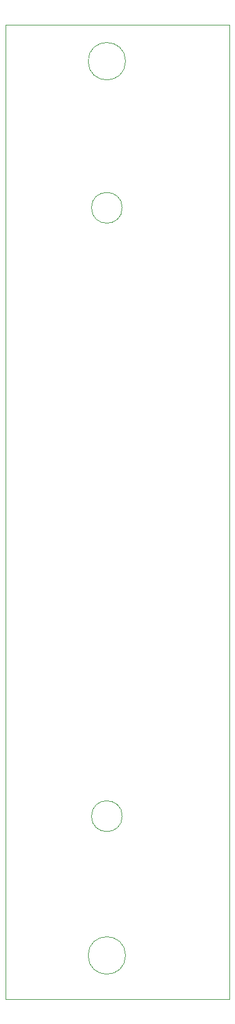
<source format=gbr>
G04 #@! TF.GenerationSoftware,KiCad,Pcbnew,(5.1.10-1-10_14)*
G04 #@! TF.CreationDate,2021-09-01T12:05:50+02:00*
G04 #@! TF.ProjectId,eurorack-sidepanel,6575726f-7261-4636-9b2d-736964657061,rev?*
G04 #@! TF.SameCoordinates,Original*
G04 #@! TF.FileFunction,Profile,NP*
%FSLAX46Y46*%
G04 Gerber Fmt 4.6, Leading zero omitted, Abs format (unit mm)*
G04 Created by KiCad (PCBNEW (5.1.10-1-10_14)) date 2021-09-01 12:05:50*
%MOMM*%
%LPD*%
G01*
G04 APERTURE LIST*
G04 #@! TA.AperFunction,Profile*
%ADD10C,0.050000*%
G04 #@! TD*
G04 APERTURE END LIST*
D10*
X15900000Y-108000000D02*
G75*
G03*
X15900000Y-108000000I-2100000J0D01*
G01*
X15900000Y-25000000D02*
G75*
G03*
X15900000Y-25000000I-2100000J0D01*
G01*
X16350000Y-127000000D02*
G75*
G03*
X16350000Y-127000000I-2550000J0D01*
G01*
X16350000Y-5000000D02*
G75*
G03*
X16350000Y-5000000I-2550000J0D01*
G01*
X0Y0D02*
X30500000Y0D01*
X30500000Y0D02*
X30500000Y-133000000D01*
X0Y-133000000D02*
X30500000Y-133000000D01*
X0Y0D02*
X0Y-133000000D01*
M02*

</source>
